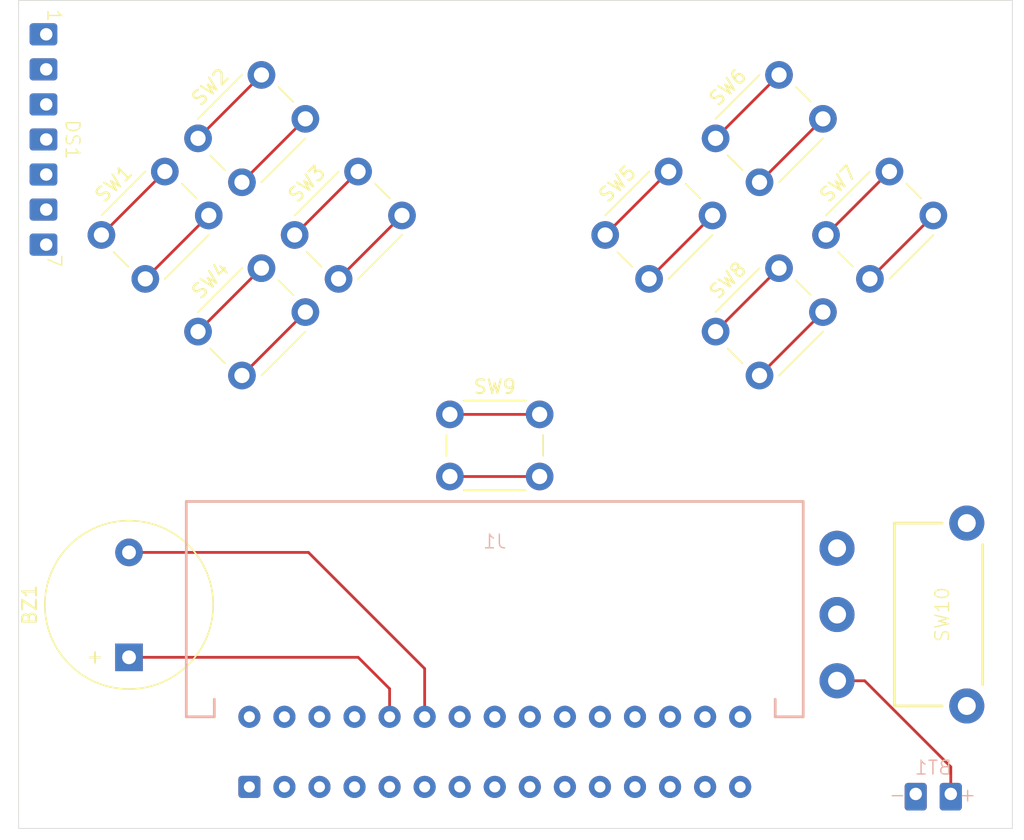
<source format=kicad_pcb>
(kicad_pcb (version 20241229) (generator "pcbnew") (generator_version "9.0")
  (layers (0 "F.Cu" signal) (2 "B.Cu" signal) (13 "F.Paste" user) (15 "B.Paste" user) (5 "F.SilkS" user "F.Silkscreen") (7 "B.SilkS" user "B.Silkscreen") (1 "F.Mask" user) (3 "B.Mask" user) (25 "Edge.Cuts" user))
  (net 0 "")
  (net 1 "GND")
  (net 2 "Net-(BT1-+)")
  (net 3 "Net-(BZ1-+)")
  (net 4 "Net-(BZ1--)")
  (net 5 "Net-(DS1-CS)")
  (net 6 "Net-(DS1-RES)")
  (net 7 "Net-(DS1-SDA)")
  (net 8 "Net-(DS1-SCLK)")
  (net 9 "Net-(DS1-DC)")
  (net 10 "VCC")
  (net 12 "Net-(J1-BTN_B2)")
  (net 13 "Net-(J1-BTN_MENU1)")
  (net 14 "Net-(J1-BTN_A2)")
  (net 15 "Net-(J1-BTN_A1)")
  (net 16 "Net-(J1-BTN_B1)")
  (net 17 "Net-(J1-BTN_DOWN1)")
  (net 19 "Net-(J1-BTN_X1)")
  (net 20 "Net-(J1-BTN_Y2)")
  (net 21 "Net-(J1-BTN_Y1)")
  (net 22 "Net-(J1-BTN_RIGHT2)")
  (net 23 "Net-(J1-BTN_UP2)")
  (net 24 "Net-(J1-BTN_LEFT1)")
  (net 25 "Net-(J1-BTN_DOWN2)")
  (net 26 "Net-(J1-BTN_UP1)")
  (net 28 "Net-(J1-BTN_LEFT2)")
  (net 29 "Net-(J1-BTN_X2)")
  (net 30 "Net-(J1-BTN_MENU2)")
  (net 31 "Net-(J1-BTN_RIGHT1)")
  (footprint "Button_Switch_THT:SW_PUSH_6mm_H5mm" (layer "F.Cu") (at 140 84 45)
    (property "Reference" "SW4" (at 3.25 -2.000001 45) (layer "F.SilkS"))
    (property "Value" "Down")
    (fp_line (start -0.25 1.5) (end -0.25 3) (stroke (width 0.12)) (layer "F.SilkS"))
    (fp_line (start 5.5 -1) (end 1 -1) (stroke (width 0.12)) (layer "F.SilkS"))
    (fp_line (start 1 5.5) (end 5.5 5.5) (stroke (width 0.12)) (layer "F.SilkS"))
    (fp_line (start 6.75 3) (end 6.75 1.5) (stroke (width 0.12)) (layer "F.SilkS"))
    (pad "1" thru_hole circle (at 0 0 135) (size 2 2) (drill 1.1) (layers "*.Cu" "*.Mask") (net 17 "Net-(J1-BTN_DOWN1)"))
    (pad "1" thru_hole circle (at 6.5 0 135) (size 2 2) (drill 1.1) (layers "*.Cu" "*.Mask") (net 17 "Net-(J1-BTN_DOWN1)"))
    (pad "2" thru_hole circle (at 0 4.500001 135) (size 2 2) (drill 1.1) (layers "*.Cu" "*.Mask") (net 25 "Net-(J1-BTN_DOWN2)"))
    (pad "2" thru_hole circle (at 6.500001 4.5 135) (size 2 2) (drill 1.1) (layers "*.Cu" "*.Mask") (net 25 "Net-(J1-BTN_DOWN2)"))
  )
  (footprint "Button_Switch_THT:SW_PUSH_6mm_H5mm" (layer "F.Cu") (at 169.5 77 45)
    (property "Reference" "SW5" (at 3.25 -2.000001 45) (layer "F.SilkS"))
    (property "Value" "X")
    (fp_line (start -0.25 1.5) (end -0.25 3) (stroke (width 0.12)) (layer "F.SilkS"))
    (fp_line (start 5.5 -1) (end 1 -1) (stroke (width 0.12)) (layer "F.SilkS"))
    (fp_line (start 1 5.5) (end 5.5 5.5) (stroke (width 0.12)) (layer "F.SilkS"))
    (fp_line (start 6.75 3) (end 6.75 1.5) (stroke (width 0.12)) (layer "F.SilkS"))
    (pad "1" thru_hole circle (at 0 0 135) (size 2 2) (drill 1.1) (layers "*.Cu" "*.Mask") (net 29 "Net-(J1-BTN_X2)"))
    (pad "1" thru_hole circle (at 6.5 0 135) (size 2 2) (drill 1.1) (layers "*.Cu" "*.Mask") (net 29 "Net-(J1-BTN_X2)"))
    (pad "2" thru_hole circle (at 0 4.500001 135) (size 2 2) (drill 1.1) (layers "*.Cu" "*.Mask") (net 19 "Net-(J1-BTN_X1)"))
    (pad "2" thru_hole circle (at 6.500001 4.5 135) (size 2 2) (drill 1.1) (layers "*.Cu" "*.Mask") (net 19 "Net-(J1-BTN_X1)"))
  )
  (footprint "Button_Switch_THT:SW_PUSH_6mm_H5mm" (layer "F.Cu") (at 133 77 45)
    (property "Reference" "SW1" (at 3.25 -2.000001 45) (layer "F.SilkS"))
    (property "Value" "Left")
    (fp_line (start -0.25 1.5) (end -0.25 3) (stroke (width 0.12)) (layer "F.SilkS"))
    (fp_line (start 5.5 -1) (end 1 -1) (stroke (width 0.12)) (layer "F.SilkS"))
    (fp_line (start 1 5.5) (end 5.5 5.5) (stroke (width 0.12)) (layer "F.SilkS"))
    (fp_line (start 6.75 3) (end 6.75 1.5) (stroke (width 0.12)) (layer "F.SilkS"))
    (pad "1" thru_hole circle (at 0 0 135) (size 2 2) (drill 1.1) (layers "*.Cu" "*.Mask") (net 28 "Net-(J1-BTN_LEFT2)"))
    (pad "1" thru_hole circle (at 6.5 0 135) (size 2 2) (drill 1.1) (layers "*.Cu" "*.Mask") (net 28 "Net-(J1-BTN_LEFT2)"))
    (pad "2" thru_hole circle (at 0 4.500001 135) (size 2 2) (drill 1.1) (layers "*.Cu" "*.Mask") (net 24 "Net-(J1-BTN_LEFT1)"))
    (pad "2" thru_hole circle (at 6.500001 4.5 135) (size 2 2) (drill 1.1) (layers "*.Cu" "*.Mask") (net 24 "Net-(J1-BTN_LEFT1)"))
  )
  (footprint "Button_Switch_THT:SW_PUSH_6mm_H5mm" (layer "F.Cu") (at 147 77 45)
    (property "Reference" "SW3" (at 3.25 -2.000001 45) (layer "F.SilkS"))
    (property "Value" "Right")
    (fp_line (start -0.25 1.5) (end -0.25 3) (stroke (width 0.12)) (layer "F.SilkS"))
    (fp_line (start 5.5 -1) (end 1 -1) (stroke (width 0.12)) (layer "F.SilkS"))
    (fp_line (start 1 5.5) (end 5.5 5.5) (stroke (width 0.12)) (layer "F.SilkS"))
    (fp_line (start 6.75 3) (end 6.75 1.5) (stroke (width 0.12)) (layer "F.SilkS"))
    (pad "1" thru_hole circle (at 0 0 135) (size 2 2) (drill 1.1) (layers "*.Cu" "*.Mask") (net 22 "Net-(J1-BTN_RIGHT2)"))
    (pad "1" thru_hole circle (at 6.5 0 135) (size 2 2) (drill 1.1) (layers "*.Cu" "*.Mask") (net 22 "Net-(J1-BTN_RIGHT2)"))
    (pad "2" thru_hole circle (at 0 4.500001 135) (size 2 2) (drill 1.1) (layers "*.Cu" "*.Mask") (net 31 "Net-(J1-BTN_RIGHT1)"))
    (pad "2" thru_hole circle (at 6.500001 4.5 135) (size 2 2) (drill 1.1) (layers "*.Cu" "*.Mask") (net 31 "Net-(J1-BTN_RIGHT1)"))
  )
  (footprint "local:Power_Switch" (layer "F.Cu") (at 186.3 104.5 90)
    (property "Reference" "SW10" (at 0 7.62 90) (layer "F.SilkS") (effects (font (thickness 0.1))))
    (property "Value" "Power_Switch")
    (fp_line (start 6.625 4.15) (end 6.625 7.62) (stroke (width 0.2)) (layer "F.SilkS"))
    (fp_line (start -6.625 4.15) (end 6.625 4.15) (stroke (width 0.2)) (layer "F.SilkS"))
    (fp_line (start -6.625 7.62) (end -6.625 4.15) (stroke (width 0.2)) (layer "F.SilkS"))
    (fp_line (start 5.08 10.55) (end -5.08 10.55) (stroke (width 0.2)) (layer "F.SilkS"))
    (pad "" thru_hole circle (at -6.625 9.4 90) (size 2.54 2.54) (drill 1.3) (layers "*.Cu" "*.Mask"))
    (pad "" thru_hole circle (at 4.8 0 90) (size 2.54 2.54) (drill 1.3) (layers "*.Cu" "*.Mask"))
    (pad "" thru_hole circle (at 6.625 9.4 90) (size 2.54 2.54) (drill 1.3) (layers "*.Cu" "*.Mask"))
    (pad "1" thru_hole circle (at -4.8 0 90) (size 2.54 2.54) (drill 1.3) (layers "*.Cu" "*.Mask") (net 2 "Net-(BT1-+)"))
    (pad "2" thru_hole circle (at 0 0 90) (size 2.54 2.54) (drill 1.3) (layers "*.Cu" "*.Mask") (net 10 "VCC"))
  )
  (footprint "Button_Switch_THT:SW_PUSH_6mm_H5mm" (layer "F.Cu") (at 177.5 84 45)
    (property "Reference" "SW8" (at 3.25 -2.000001 45) (layer "F.SilkS"))
    (property "Value" "A")
    (fp_line (start -0.25 1.5) (end -0.25 3) (stroke (width 0.12)) (layer "F.SilkS"))
    (fp_line (start 5.5 -1) (end 1 -1) (stroke (width 0.12)) (layer "F.SilkS"))
    (fp_line (start 1 5.5) (end 5.5 5.5) (stroke (width 0.12)) (layer "F.SilkS"))
    (fp_line (start 6.75 3) (end 6.75 1.5) (stroke (width 0.12)) (layer "F.SilkS"))
    (pad "1" thru_hole circle (at 0 0 135) (size 2 2) (drill 1.1) (layers "*.Cu" "*.Mask") (net 14 "Net-(J1-BTN_A2)"))
    (pad "1" thru_hole circle (at 6.5 0 135) (size 2 2) (drill 1.1) (layers "*.Cu" "*.Mask") (net 14 "Net-(J1-BTN_A2)"))
    (pad "2" thru_hole circle (at 0 4.500001 135) (size 2 2) (drill 1.1) (layers "*.Cu" "*.Mask") (net 15 "Net-(J1-BTN_A1)"))
    (pad "2" thru_hole circle (at 6.500001 4.5 135) (size 2 2) (drill 1.1) (layers "*.Cu" "*.Mask") (net 15 "Net-(J1-BTN_A1)"))
  )
  (footprint "Button_Switch_THT:SW_PUSH_6mm_H5mm" (layer "F.Cu") (at 140 70 45)
    (property "Reference" "SW2" (at 3.25 -2.000001 45) (layer "F.SilkS"))
    (property "Value" "Up")
    (fp_line (start -0.25 1.5) (end -0.25 3) (stroke (width 0.12)) (layer "F.SilkS"))
    (fp_line (start 5.5 -1) (end 1 -1) (stroke (width 0.12)) (layer "F.SilkS"))
    (fp_line (start 1 5.5) (end 5.5 5.5) (stroke (width 0.12)) (layer "F.SilkS"))
    (fp_line (start 6.75 3) (end 6.75 1.5) (stroke (width 0.12)) (layer "F.SilkS"))
    (pad "1" thru_hole circle (at 0 0 135) (size 2 2) (drill 1.1) (layers "*.Cu" "*.Mask") (net 26 "Net-(J1-BTN_UP1)"))
    (pad "1" thru_hole circle (at 6.5 0 135) (size 2 2) (drill 1.1) (layers "*.Cu" "*.Mask") (net 26 "Net-(J1-BTN_UP1)"))
    (pad "2" thru_hole circle (at 0 4.500001 135) (size 2 2) (drill 1.1) (layers "*.Cu" "*.Mask") (net 23 "Net-(J1-BTN_UP2)"))
    (pad "2" thru_hole circle (at 6.500001 4.5 135) (size 2 2) (drill 1.1) (layers "*.Cu" "*.Mask") (net 23 "Net-(J1-BTN_UP2)"))
  )
  (footprint "Button_Switch_THT:SW_PUSH_6mm_H5mm" (layer "F.Cu") (at 177.5 70 45)
    (property "Reference" "SW6" (at 3.25 -2.000001 45) (layer "F.SilkS"))
    (property "Value" "Y")
    (fp_line (start -0.25 1.5) (end -0.25 3) (stroke (width 0.12)) (layer "F.SilkS"))
    (fp_line (start 5.5 -1) (end 1 -1) (stroke (width 0.12)) (layer "F.SilkS"))
    (fp_line (start 1 5.5) (end 5.5 5.5) (stroke (width 0.12)) (layer "F.SilkS"))
    (fp_line (start 6.75 3) (end 6.75 1.5) (stroke (width 0.12)) (layer "F.SilkS"))
    (pad "1" thru_hole circle (at 0 0 135) (size 2 2) (drill 1.1) (layers "*.Cu" "*.Mask") (net 21 "Net-(J1-BTN_Y1)"))
    (pad "1" thru_hole circle (at 6.5 0 135) (size 2 2) (drill 1.1) (layers "*.Cu" "*.Mask") (net 21 "Net-(J1-BTN_Y1)"))
    (pad "2" thru_hole circle (at 0 4.500001 135) (size 2 2) (drill 1.1) (layers "*.Cu" "*.Mask") (net 20 "Net-(J1-BTN_Y2)"))
    (pad "2" thru_hole circle (at 6.500001 4.5 135) (size 2 2) (drill 1.1) (layers "*.Cu" "*.Mask") (net 20 "Net-(J1-BTN_Y2)"))
  )
  (footprint "local:Screen_Port" (layer "F.Cu") (at 129 70.08 -90)
    (property "Reference" "DS1" (at 0 -1.905 270) (layer "F.SilkS") (effects (font (thickness 0.1))))
    (property "Value" "~")
    (fp_text user "7" (at 8.255 0 270) (layer "F.SilkS") (effects (font (thickness 0.1)) (justify left bottom)))
    (fp_text user "1" (at -9.525 0 270) (layer "F.SilkS") (effects (font (thickness 0.1)) (justify left bottom)))
    (pad "1" thru_hole roundrect (at -7.62 0) (size 2 1.6) (drill 0.9 (offset -0.2 0)) (layers "*.Cu" "*.Mask") (roundrect_rratio 0.15) (net 1 "GND"))
    (pad "2" thru_hole roundrect (at -5.08 0) (size 2 1.6) (drill 0.9 (offset -0.2 0)) (layers "*.Cu" "*.Mask") (roundrect_rratio 0.15) (net 10 "VCC"))
    (pad "3" thru_hole roundrect (at -2.54 0) (size 2 1.6) (drill 0.9 (offset -0.2 0)) (layers "*.Cu" "*.Mask") (roundrect_rratio 0.15) (net 8 "Net-(DS1-SCLK)"))
    (pad "4" thru_hole roundrect (at 0 0) (size 2 1.6) (drill 0.9 (offset -0.2 0)) (layers "*.Cu" "*.Mask") (roundrect_rratio 0.15) (net 7 "Net-(DS1-SDA)"))
    (pad "5" thru_hole roundrect (at 2.54 0) (size 2 1.6) (drill 0.9 (offset -0.2 0)) (layers "*.Cu" "*.Mask") (roundrect_rratio 0.15) (net 6 "Net-(DS1-RES)"))
    (pad "6" thru_hole roundrect (at 5.08 0) (size 2 1.6) (drill 0.9 (offset -0.2 0)) (layers "*.Cu" "*.Mask") (roundrect_rratio 0.15) (net 9 "Net-(DS1-DC)"))
    (pad "7" thru_hole roundrect (at 7.62 0) (size 2 1.6) (drill 0.9 (offset -0.2 0)) (layers "*.Cu" "*.Mask") (roundrect_rratio 0.15) (net 5 "Net-(DS1-CS)"))
  )
  (footprint "Button_Switch_THT:SW_PUSH_6mm_H5mm" (layer "F.Cu") (at 185.5 77 45)
    (property "Reference" "SW7" (at 3.25 -2.000001 45) (layer "F.SilkS"))
    (property "Value" "B")
    (fp_line (start -0.25 1.5) (end -0.25 3) (stroke (width 0.12)) (layer "F.SilkS"))
    (fp_line (start 5.5 -1) (end 1 -1) (stroke (width 0.12)) (layer "F.SilkS"))
    (fp_line (start 1 5.5) (end 5.5 5.5) (stroke (width 0.12)) (layer "F.SilkS"))
    (fp_line (start 6.75 3) (end 6.75 1.5) (stroke (width 0.12)) (layer "F.SilkS"))
    (pad "1" thru_hole circle (at 0 0 135) (size 2 2) (drill 1.1) (layers "*.Cu" "*.Mask") (net 16 "Net-(J1-BTN_B1)"))
    (pad "1" thru_hole circle (at 6.5 0 135) (size 2 2) (drill 1.1) (layers "*.Cu" "*.Mask") (net 16 "Net-(J1-BTN_B1)"))
    (pad "2" thru_hole circle (at 0 4.500001 135) (size 2 2) (drill 1.1) (layers "*.Cu" "*.Mask") (net 12 "Net-(J1-BTN_B2)"))
    (pad "2" thru_hole circle (at 6.500001 4.5 135) (size 2 2) (drill 1.1) (layers "*.Cu" "*.Mask") (net 12 "Net-(J1-BTN_B2)"))
  )
  (footprint "Buzzer_Beeper:Buzzer_12x9.5RM7.6" (layer "F.Cu") (at 135 107.600001 90)
    (property "Reference" "BZ1" (at 3.8 -7.2 90) (layer "F.SilkS"))
    (property "Value" "Buzzer")
    (fp_circle (center 3.8 0) (end 9.9 0) (stroke (width 0.12)) (fill no) (layer "F.SilkS"))
    (fp_text user "+" (at -0.01 -2.54 90) (layer "F.SilkS"))
    (pad "1" thru_hole rect (at 0 0 90) (size 2 2) (drill 1) (layers "*.Cu" "*.Mask") (net 3 "Net-(BZ1-+)"))
    (pad "2" thru_hole circle (at 7.600001 0 90) (size 2 2) (drill 1) (layers "*.Cu" "*.Mask") (net 4 "Net-(BZ1--)"))
  )
  (footprint "Button_Switch_THT:SW_PUSH_6mm_H5mm" (layer "F.Cu") (at 158.25 90)
    (property "Reference" "SW9" (at 3.25 -2 0) (layer "F.SilkS"))
    (property "Value" "Menu")
    (fp_line (start -0.25 1.5) (end -0.25 3) (stroke (width 0.12)) (layer "F.SilkS"))
    (fp_line (start 1 5.5) (end 5.5 5.5) (stroke (width 0.12)) (layer "F.SilkS"))
    (fp_line (start 5.5 -1) (end 1 -1) (stroke (width 0.12)) (layer "F.SilkS"))
    (fp_line (start 6.75 3) (end 6.75 1.5) (stroke (width 0.12)) (layer "F.SilkS"))
    (pad "1" thru_hole circle (at 0 0 90) (size 2 2) (drill 1.1) (layers "*.Cu" "*.Mask") (net 30 "Net-(J1-BTN_MENU2)"))
    (pad "1" thru_hole circle (at 6.5 0 90) (size 2 2) (drill 1.1) (layers "*.Cu" "*.Mask") (net 30 "Net-(J1-BTN_MENU2)"))
    (pad "2" thru_hole circle (at 0 4.5 90) (size 2 2) (drill 1.1) (layers "*.Cu" "*.Mask") (net 13 "Net-(J1-BTN_MENU1)"))
    (pad "2" thru_hole circle (at 6.5 4.5 90) (size 2 2) (drill 1.1) (layers "*.Cu" "*.Mask") (net 13 "Net-(J1-BTN_MENU1)"))
  )
  (footprint "local:Edge_Connector_Slot" (layer "B.Cu") (at 161.5 111.91 180)
    (property "Reference" "J1" (at 0 12.7 0) (layer "B.SilkS") (effects (font (thickness 0.1)) (justify mirror)))
    (property "Value" "~")
    (fp_line (start 22.35 15.6) (end 22.35 0) (stroke (width 0.2)) (layer "B.SilkS"))
    (fp_line (start 22.35 0) (end 20.32 0) (stroke (width 0.2)) (layer "B.SilkS"))
    (fp_line (start 20.32 0) (end 20.32 1.27) (stroke (width 0.2)) (layer "B.SilkS"))
    (fp_line (start -20.32 1.27) (end -20.32 0) (stroke (width 0.2)) (layer "B.SilkS"))
    (fp_line (start -20.32 0) (end -22.35 0) (stroke (width 0.2)) (layer "B.SilkS"))
    (fp_line (start -22.35 15.6) (end 22.35 15.6) (stroke (width 0.2)) (layer "B.SilkS"))
    (fp_line (start -22.35 0) (end -22.35 15.6) (stroke (width 0.2)) (layer "B.SilkS"))
    (pad "1" thru_hole roundrect (at 17.78 -5.08 90) (size 1.6 1.6) (drill 0.8) (layers "*.Cu" "*.Mask") (roundrect_rratio 0.15625) (net 10 "VCC"))
    (pad "2" thru_hole circle (at 17.78 0 90) (size 1.6 1.6) (drill 0.8) (layers "*.Cu" "*.Mask"))
    (pad "3" thru_hole circle (at 15.24 -5.08 90) (size 1.6 1.6) (drill 0.8) (layers "*.Cu" "*.Mask") (net 7 "Net-(DS1-SDA)"))
    (pad "4" thru_hole circle (at 15.24 0 90) (size 1.6 1.6) (drill 0.8) (layers "*.Cu" "*.Mask") (net 5 "Net-(DS1-CS)"))
    (pad "5" thru_hole circle (at 12.7 -5.08 90) (size 1.6 1.6) (drill 0.8) (layers "*.Cu" "*.Mask") (net 8 "Net-(DS1-SCLK)"))
    (pad "6" thru_hole circle (at 12.7 0 90) (size 1.6 1.6) (drill 0.8) (layers "*.Cu" "*.Mask") (net 6 "Net-(DS1-RES)"))
    (pad "7" thru_hole circle (at 10.16 -5.08 90) (size 1.6 1.6) (drill 0.8) (layers "*.Cu" "*.Mask"))
    (pad "8" thru_hole circle (at 10.16 0 90) (size 1.6 1.6) (drill 0.8) (layers "*.Cu" "*.Mask") (net 9 "Net-(DS1-DC)"))
    (pad "9" thru_hole circle (at 7.62 -5.08 90) (size 1.6 1.6) (drill 0.8) (layers "*.Cu" "*.Mask") (net 13 "Net-(J1-BTN_MENU1)"))
    (pad "10" thru_hole circle (at 7.62 0 90) (size 1.6 1.6) (drill 0.8) (layers "*.Cu" "*.Mask") (net 3 "Net-(BZ1-+)"))
    (pad "11" thru_hole circle (at 5.08 -5.08 90) (size 1.6 1.6) (drill 0.8) (layers "*.Cu" "*.Mask") (net 30 "Net-(J1-BTN_MENU2)"))
    (pad "12" thru_hole circle (at 5.08 0 90) (size 1.6 1.6) (drill 0.8) (layers "*.Cu" "*.Mask") (net 4 "Net-(BZ1--)"))
    (pad "13" thru_hole circle (at 2.54 -5.08 90) (size 1.6 1.6) (drill 0.8) (layers "*.Cu" "*.Mask") (net 26 "Net-(J1-BTN_UP1)"))
    (pad "14" thru_hole circle (at 2.54 0 90) (size 1.6 1.6) (drill 0.8) (layers "*.Cu" "*.Mask") (net 17 "Net-(J1-BTN_DOWN1)"))
    (pad "15" thru_hole circle (at 0 -5.08 90) (size 1.6 1.6) (drill 0.8) (layers "*.Cu" "*.Mask") (net 23 "Net-(J1-BTN_UP2)"))
    (pad "16" thru_hole circle (at 0 0 90) (size 1.6 1.6) (drill 0.8) (layers "*.Cu" "*.Mask") (net 25 "Net-(J1-BTN_DOWN2)"))
    (pad "17" thru_hole circle (at -2.54 -5.08 90) (size 1.6 1.6) (drill 0.8) (layers "*.Cu" "*.Mask") (net 24 "Net-(J1-BTN_LEFT1)"))
    (pad "18" thru_hole circle (at -2.54 0 90) (size 1.6 1.6) (drill 0.8) (layers "*.Cu" "*.Mask") (net 31 "Net-(J1-BTN_RIGHT1)"))
    (pad "19" thru_hole circle (at -5.08 -5.08 90) (size 1.6 1.6) (drill 0.8) (layers "*.Cu" "*.Mask") (net 28 "Net-(J1-BTN_LEFT2)"))
    (pad "20" thru_hole circle (at -5.08 0 90) (size 1.6 1.6) (drill 0.8) (layers "*.Cu" "*.Mask") (net 22 "Net-(J1-BTN_RIGHT2)"))
    (pad "21" thru_hole circle (at -7.62 -5.08 90) (size 1.6 1.6) (drill 0.8) (layers "*.Cu" "*.Mask") (net 15 "Net-(J1-BTN_A1)"))
    (pad "22" thru_hole circle (at -7.62 0 90) (size 1.6 1.6) (drill 0.8) (layers "*.Cu" "*.Mask") (net 16 "Net-(J1-BTN_B1)"))
    (pad "23" thru_hole circle (at -10.16 -5.08 90) (size 1.6 1.6) (drill 0.8) (layers "*.Cu" "*.Mask") (net 14 "Net-(J1-BTN_A2)"))
    (pad "24" thru_hole circle (at -10.16 0 90) (size 1.6 1.6) (drill 0.8) (layers "*.Cu" "*.Mask") (net 12 "Net-(J1-BTN_B2)"))
    (pad "25" thru_hole circle (at -12.7 -5.08 90) (size 1.6 1.6) (drill 0.8) (layers "*.Cu" "*.Mask") (net 19 "Net-(J1-BTN_X1)"))
    (pad "26" thru_hole circle (at -12.7 0 90) (size 1.6 1.6) (drill 0.8) (layers "*.Cu" "*.Mask") (net 21 "Net-(J1-BTN_Y1)"))
    (pad "27" thru_hole circle (at -15.24 -5.08 90) (size 1.6 1.6) (drill 0.8) (layers "*.Cu" "*.Mask") (net 29 "Net-(J1-BTN_X2)"))
    (pad "28" thru_hole circle (at -15.24 0 90) (size 1.6 1.6) (drill 0.8) (layers "*.Cu" "*.Mask") (net 20 "Net-(J1-BTN_Y2)"))
    (pad "29" thru_hole circle (at -17.78 -5.08 90) (size 1.6 1.6) (drill 0.8) (layers "*.Cu" "*.Mask") (net 1 "GND"))
    (pad "30" thru_hole circle (at -17.78 0 90) (size 1.6 1.6) (drill 0.8) (layers "*.Cu" "*.Mask"))
  )
  (footprint "local:Power_Port" (layer "B.Cu") (at 193.27 117.5 180)
    (property "Reference" "BT1" (at 0 1.905 0) (layer "B.SilkS") (effects (font (thickness 0.1)) (justify mirror)))
    (property "Value" "Battery")
    (fp_text user "+" (at -3.175 -0.635 0) (layer "B.SilkS") (effects (font (thickness 0.1)) (justify left bottom mirror)))
    (fp_text user "-" (at 1.905 -0.635 0) (layer "B.SilkS") (effects (font (thickness 0.1)) (justify left bottom mirror)))
    (pad "1" thru_hole roundrect (at -1.27 0 90) (size 2 1.6) (drill 0.9 (offset -0.2 0)) (layers "*.Cu" "*.Mask") (roundrect_rratio 0.15) (net 2 "Net-(BT1-+)"))
    (pad "2" thru_hole roundrect (at 1.27 0 90) (size 2 1.6) (drill 0.9 (offset -0.2 0)) (layers "*.Cu" "*.Mask") (roundrect_rratio 0.15) (net 1 "GND"))
  )
  (gr_rect (start 127 60) (end 199 120) (stroke (width 0.05)) (fill no) (layer "Edge.Cuts"))
  (segment (start 188.3 109.3) (end 186.3 109.3) (width 0.2) (layer "F.Cu") (net 2))
  (segment (start 194.54 115.54) (end 188.3 109.3) (width 0.2) (layer "F.Cu") (net 2))
  (segment (start 194.54 117.5) (end 194.54 115.54) (width 0.2) (layer "F.Cu") (net 2))
  (segment (start 135 107.600001) (end 151.600001 107.600001) (width 0.2) (layer "F.Cu") (net 3))
  (segment (start 153.88 109.88) (end 153.88 111.91) (width 0.2) (layer "F.Cu") (net 3))
  (segment (start 151.600001 107.600001) (end 153.88 109.88) (width 0.2) (layer "F.Cu") (net 3))
  (segment (start 148 100) (end 156.42 108.42) (width 0.2) (layer "F.Cu") (net 4))
  (segment (start 156.42 108.42) (end 156.42 111.91) (width 0.2) (layer "F.Cu") (net 4))
  (segment (start 135 100) (end 148 100) (width 0.2) (layer "F.Cu") (net 4))
  (segment (start 188.681981 80.181981) (end 193.278175 75.585786) (width 0.2) (layer "F.Cu") (net 12))
  (segment (start 158.25 94.5) (end 164.75 94.5) (width 0.2) (layer "F.Cu") (net 13))
  (segment (start 177.5 84) (end 182.096194 79.403806) (width 0.2) (layer "F.Cu") (net 14))
  (segment (start 180.681981 87.181981) (end 185.278175 82.585786) (width 0.2) (layer "F.Cu") (net 15))
  (segment (start 185.5 77) (end 190.096194 72.403806) (width 0.2) (layer "F.Cu") (net 16))
  (segment (start 140 84) (end 144.596194 79.403806) (width 0.2) (layer "F.Cu") (net 17))
  (segment (start 172.681981 80.181981) (end 177.278175 75.585786) (width 0.2) (layer "F.Cu") (net 19))
  (segment (start 180.681981 73.181981) (end 185.278175 68.585786) (width 0.2) (layer "F.Cu") (net 20))
  (segment (start 177.5 70) (end 182.096194 65.403806) (width 0.2) (layer "F.Cu") (net 21))
  (segment (start 147 77) (end 151.596194 72.403806) (width 0.2) (layer "F.Cu") (net 22))
  (segment (start 143.181981 73.181981) (end 147.778175 68.585786) (width 0.2) (layer "F.Cu") (net 23))
  (segment (start 136.181981 80.181981) (end 140.778175 75.585786) (width 0.2) (layer "F.Cu") (net 24))
  (segment (start 143.181981 87.181981) (end 147.778175 82.585786) (width 0.2) (layer "F.Cu") (net 25))
  (segment (start 140 70) (end 144.596194 65.403806) (width 0.2) (layer "F.Cu") (net 26))
  (segment (start 133 77) (end 137.596194 72.403806) (width 0.2) (layer "F.Cu") (net 28))
  (segment (start 169.5 77) (end 174.096194 72.403806) (width 0.2) (layer "F.Cu") (net 29))
  (segment (start 158.25 90) (end 164.75 90) (width 0.2) (layer "F.Cu") (net 30))
  (segment (start 150.181981 80.181981) (end 154.778175 75.585786) (width 0.2) (layer "F.Cu") (net 31))
)
</source>
